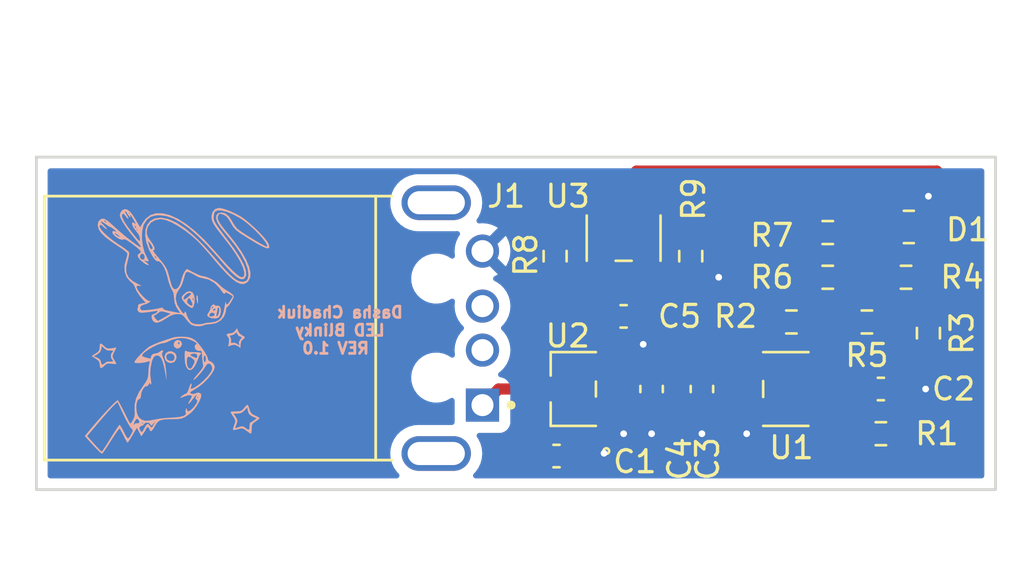
<source format=kicad_pcb>
(kicad_pcb (version 20211014) (generator pcbnew)
  (layers (0 "F.Cu" signal) (31 "B.Cu" signal) (34 "B.Paste" user) (35 "F.Paste" user) (36 "B.SilkS" user "B.Silkscreen") (37 "F.SilkS" user "F.Silkscreen") (38 "B.Mask" user) (39 "F.Mask" user) (44 "Edge.Cuts" user))
  (net 0 "")
  (net 1 "+5V")
  (net 4 "GND")
  (net 5 "Net-(U1-Pad3)")
  (net 6 "+3.3V")
  (net 7 "/Vref")
  (net 8 "/Vref_Buffered")
  (net 9 "Net-(C2-Pad1)")
  (net 10 "Net-(D1-Pad2)")
  (net 11 "Net-(R1-Pad2)")
  (net 12 "Net-(R3-Pad2)")
  (net 13 "Net-(R4-Pad2)")
  (net 14 "Net-(R5-Pad2)")
  (footprint "Resistor_SMD:R_0603_1608Metric" (layer "F.Cu") (at 170.561 102.87 180)
    (fp_text reference "R1" (at -2.54 0) (layer "F.SilkS"))
    (fp_text value "R_1.58k")
    (pad "1" smd roundrect (at -0.825 0 180) (size 0.8 0.95) (layers "F.Cu" "F.Paste" "F.Mask") (net 8 "/Vref_Buffered"))
    (pad "2" smd roundrect (at 0.825 0 180) (size 0.8 0.95) (layers "F.Cu" "F.Paste" "F.Mask") (net 11 "Net-(R1-Pad2)"))
  )
  (footprint "eclectronics:MOLEX_48037-0001" (layer "F.Cu") (at 150.3665 98.06975 -90)
    (fp_text reference "J1" (at -5.99475 -3.1765 180) (layer "F.SilkS"))
    (fp_text value "USB2_A")
    (pad "" np_thru_hole circle (at -2.25 0 270) (size 1.25 1.25) (drill 1.25) (layers *.Cu *.Mask))
    (pad "" np_thru_hole circle (at 2.25 0 270) (size 1.25 1.25) (drill 1.25) (layers *.Cu *.Mask))
    (pad "1" thru_hole rect (at 3.5 -2.1 270) (size 1.508 1.508) (drill 1) (layers *.Cu *.Mask) (net 1 "+5V"))
    (pad "2" thru_hole circle (at 1 -2.1 270) (size 1.508 1.508) (drill 1) (layers *.Cu *.Mask))
    (pad "3" thru_hole circle (at -1 -2.1 270) (size 1.508 1.508) (drill 1) (layers *.Cu *.Mask))
    (pad "4" thru_hole circle (at -3.5 -2.1 270) (size 1.508 1.508) (drill 1) (layers *.Cu *.Mask) (net 4 "GND"))
    (pad "S1" thru_hole oval (at 5.7 0 270) (size 1.575 3.15) (drill oval 1.05 2.6) (layers *.Cu *.Mask))
    (pad "S2" thru_hole oval (at -5.7 0 270) (size 1.575 3.15) (drill oval 1.05 2.6) (layers *.Cu *.Mask))
  )
  (footprint "Resistor_SMD:R_0603_1608Metric" (layer "F.Cu") (at 166.497 97.79 180)
    (fp_text reference "R2" (at 2.54 0.254) (layer "F.SilkS"))
    (fp_text value "R_301")
    (pad "1" smd roundrect (at -0.825 0 180) (size 0.8 0.95) (layers "F.Cu" "F.Paste" "F.Mask") (net 5 "Net-(U1-Pad3)"))
    (pad "2" smd roundrect (at 0.825 0 180) (size 0.8 0.95) (layers "F.Cu" "F.Paste" "F.Mask") (net 11 "Net-(R1-Pad2)"))
  )
  (footprint "Capacitor_SMD:C_0603_1608Metric" (layer "F.Cu") (at 170.561 100.838)
    (fp_text reference "C2" (at 3.302 0) (layer "F.SilkS"))
    (fp_text value "C_10000pF")
    (pad "1" smd roundrect (at -0.775 0) (size 0.9 0.95) (layers "F.Cu" "F.Paste" "F.Mask") (net 9 "Net-(C2-Pad1)"))
    (pad "2" smd roundrect (at 0.775 0) (size 0.9 0.95) (layers "F.Cu" "F.Paste" "F.Mask") (net 4 "GND"))
  )
  (footprint "Capacitor_SMD:C_0603_1608Metric" (layer "F.Cu") (at 162.433 100.838 -90)
    (fp_text reference "C3" (at 3.175 -0.254 90) (layer "F.SilkS"))
    (fp_text value "C_0.1uF")
    (pad "1" smd roundrect (at -0.775 0 270) (size 0.9 0.95) (layers "F.Cu" "F.Paste" "F.Mask") (net 6 "+3.3V"))
    (pad "2" smd roundrect (at 0.775 0 270) (size 0.9 0.95) (layers "F.Cu" "F.Paste" "F.Mask") (net 4 "GND"))
  )
  (footprint "Resistor_SMD:R_0603_1608Metric" (layer "F.Cu") (at 172.72 98.298 90)
    (fp_text reference "R3" (at 0 1.524 90) (layer "F.SilkS"))
    (fp_text value "R_10M")
    (pad "1" smd roundrect (at -0.825 0 90) (size 0.8 0.95) (layers "F.Cu" "F.Paste" "F.Mask") (net 9 "Net-(C2-Pad1)"))
    (pad "2" smd roundrect (at 0.825 0 90) (size 0.8 0.95) (layers "F.Cu" "F.Paste" "F.Mask") (net 12 "Net-(R3-Pad2)"))
  )
  (footprint "eclectronics:MCP1702T-3302E&slash_CB" (layer "F.Cu") (at 156.591 100.838 90)
    (fp_text reference "U2" (at 2.413 -0.254 180) (layer "F.SilkS"))
    (fp_text value "MCP1702T-3302ECB")
    (pad "1" smd rect (at -0.950001 1.1952 90) (size 0.9398 1.3208) (layers "F.Cu" "F.Paste" "F.Mask") (net 4 "GND"))
    (pad "2" smd rect (at 0.950001 1.1952 90) (size 0.9398 1.3208) (layers "F.Cu" "F.Paste" "F.Mask") (net 6 "+3.3V"))
    (pad "3" smd rect (at 0 -1.1952 90) (size 0.9398 1.3208) (layers "F.Cu" "F.Paste" "F.Mask") (net 1 "+5V"))
  )
  (footprint "Resistor_SMD:R_0603_1608Metric" (layer "F.Cu") (at 168.148 93.726)
    (fp_text reference "R7" (at -2.54 0.127) (layer "F.SilkS"))
    (fp_text value "R_31.6")
    (pad "1" smd roundrect (at -0.825 0) (size 0.8 0.95) (layers "F.Cu" "F.Paste" "F.Mask") (net 5 "Net-(U1-Pad3)"))
    (pad "2" smd roundrect (at 0.825 0) (size 0.8 0.95) (layers "F.Cu" "F.Paste" "F.Mask") (net 10 "Net-(D1-Pad2)"))
  )
  (footprint "Resistor_SMD:R_0603_1608Metric" (layer "F.Cu") (at 161.925 94.79915 -90)
    (fp_text reference "R9" (at -2.59715 -0.127 90) (layer "F.SilkS"))
    (fp_text value "R_1k")
    (pad "1" smd roundrect (at -0.825 0 270) (size 0.8 0.95) (layers "F.Cu" "F.Paste" "F.Mask") (net 7 "/Vref"))
    (pad "2" smd roundrect (at 0.825 0 270) (size 0.8 0.95) (layers "F.Cu" "F.Paste" "F.Mask") (net 4 "GND"))
  )
  (footprint "Capacitor_SMD:C_0603_1608Metric" (layer "F.Cu") (at 155.829 103.886)
    (fp_text reference "C1" (at 3.556 0.254) (layer "F.SilkS"))
    (fp_text value "C_1uF")
    (pad "1" smd roundrect (at -0.775 0) (size 0.9 0.95) (layers "F.Cu" "F.Paste" "F.Mask") (net 1 "+5V"))
    (pad "2" smd roundrect (at 0.775 0) (size 0.9 0.95) (layers "F.Cu" "F.Paste" "F.Mask") (net 4 "GND"))
  )
  (footprint "eclectronics:MCP6021T-E_OT" (layer "F.Cu") (at 166.243 100.838 180)
    (fp_text reference "U1" (at -0.254 -2.667) (layer "F.SilkS"))
    (fp_text value "MCP6021T-EOT")
    (pad "1" smd rect (at -1.2954 -0.950001 180) (size 1.3208 0.508) (layers "F.Cu" "F.Paste" "F.Mask") (net 11 "Net-(R1-Pad2)"))
    (pad "2" smd rect (at -1.2954 0 180) (size 1.3208 0.508) (layers "F.Cu" "F.Paste" "F.Mask") (net 9 "Net-(C2-Pad1)"))
    (pad "3" smd rect (at -1.2954 0.950001 180) (size 1.3208 0.508) (layers "F.Cu" "F.Paste" "F.Mask") (net 5 "Net-(U1-Pad3)"))
    (pad "4" smd rect (at 1.2954 0.950001 180) (size 1.3208 0.508) (layers "F.Cu" "F.Paste" "F.Mask") (net 6 "+3.3V"))
    (pad "5" smd rect (at 1.2954 -0.950001 180) (size 1.3208 0.508) (layers "F.Cu" "F.Paste" "F.Mask") (net 4 "GND"))
  )
  (footprint "Capacitor_SMD:C_0603_1608Metric" (layer "F.Cu") (at 160.147 100.838 -90)
    (fp_text reference "C4" (at 3.175 -1.27 90) (layer "F.SilkS"))
    (fp_text value "C_1uF")
    (pad "1" smd roundrect (at -0.775 0 270) (size 0.9 0.95) (layers "F.Cu" "F.Paste" "F.Mask") (net 6 "+3.3V"))
    (pad "2" smd roundrect (at 0.775 0 270) (size 0.9 0.95) (layers "F.Cu" "F.Paste" "F.Mask") (net 4 "GND"))
  )
  (footprint "Resistor_SMD:R_0603_1608Metric" (layer "F.Cu") (at 171.704 95.758 180)
    (fp_text reference "R4" (at -2.54 0) (layer "F.SilkS"))
    (fp_text value "R_10M")
    (pad "1" smd roundrect (at -0.825 0 180) (size 0.8 0.95) (layers "F.Cu" "F.Paste" "F.Mask") (net 12 "Net-(R3-Pad2)"))
    (pad "2" smd roundrect (at 0.825 0 180) (size 0.8 0.95) (layers "F.Cu" "F.Paste" "F.Mask") (net 13 "Net-(R4-Pad2)"))
  )
  (footprint "Capacitor_SMD:C_0603_1608Metric" (layer "F.Cu") (at 158.877 97.536)
    (fp_text reference "C5" (at 2.54 0) (layer "F.SilkS"))
    (fp_text value "C_0.1uF")
    (pad "1" smd roundrect (at -0.775 0) (size 0.9 0.95) (layers "F.Cu" "F.Paste" "F.Mask") (net 6 "+3.3V"))
    (pad "2" smd roundrect (at 0.775 0) (size 0.9 0.95) (layers "F.Cu" "F.Paste" "F.Mask") (net 4 "GND"))
  )
  (footprint "Resistor_SMD:R_0603_1608Metric" (layer "F.Cu") (at 168.148 95.758 180)
    (fp_text reference "R6" (at 2.54 0) (layer "F.SilkS"))
    (fp_text value "R_69.8k")
    (pad "1" smd roundrect (at -0.825 0 180) (size 0.8 0.95) (layers "F.Cu" "F.Paste" "F.Mask") (net 14 "Net-(R5-Pad2)"))
    (pad "2" smd roundrect (at 0.825 0 180) (size 0.8 0.95) (layers "F.Cu" "F.Paste" "F.Mask") (net 5 "Net-(U1-Pad3)"))
  )
  (footprint "Resistor_SMD:R_0603_1608Metric" (layer "F.Cu") (at 169.926 97.79 180)
    (fp_text reference "R5" (at 0 -1.524) (layer "F.SilkS"))
    (fp_text value "R_402k")
    (pad "1" smd roundrect (at -0.825 0 180) (size 0.8 0.95) (layers "F.Cu" "F.Paste" "F.Mask") (net 13 "Net-(R4-Pad2)"))
    (pad "2" smd roundrect (at 0.825 0 180) (size 0.8 0.95) (layers "F.Cu" "F.Paste" "F.Mask") (net 14 "Net-(R5-Pad2)"))
  )
  (footprint "Resistor_SMD:R_0603_1608Metric" (layer "F.Cu") (at 155.7655 94.79915 90)
    (fp_text reference "R8" (at 0.05715 -1.3335 90) (layer "F.SilkS"))
    (fp_text value "R_1k")
    (pad "1" smd roundrect (at -0.825 0 90) (size 0.8 0.95) (layers "F.Cu" "F.Paste" "F.Mask") (net 6 "+3.3V"))
    (pad "2" smd roundrect (at 0.825 0 90) (size 0.8 0.95) (layers "F.Cu" "F.Paste" "F.Mask") (net 7 "/Vref"))
  )
  (footprint "Resistor_SMD:R_0805_2012Metric" (layer "F.Cu") (at 171.831 93.472 180)
    (fp_text reference "D1" (at -2.667 -0.127) (layer "F.SilkS"))
    (fp_text value "LED_BLUE")
    (pad "1" smd roundrect (at -0.9125 0 180) (size 1.025 1.4) (layers "F.Cu" "F.Paste" "F.Mask") (roundrect_rratio 0.243902) (net 4 "GND"))
    (pad "2" smd roundrect (at 0.9125 0 180) (size 1.025 1.4) (layers "F.Cu" "F.Paste" "F.Mask") (roundrect_rratio 0.243902) (net 10 "Net-(D1-Pad2)"))
  )
  (footprint "eclectronics:MCP6021T-E_OT" (layer "F.Cu") (at 158.877 93.98 -90)
    (fp_text reference "U3" (at -1.905 2.54 180) (layer "F.SilkS"))
    (fp_text value "MCP6021T-EOT")
    (pad "1" smd rect (at -1.2954 -0.950001 270) (size 1.3208 0.508) (layers "F.Cu" "F.Paste" "F.Mask") (net 7 "/Vref"))
    (pad "2" smd rect (at -1.2954 0 270) (size 1.3208 0.508) (layers "F.Cu" "F.Paste" "F.Mask") (net 8 "/Vref_Buffered"))
    (pad "3" smd rect (at -1.2954 0.950001 270) (size 1.3208 0.508) (layers "F.Cu" "F.Paste" "F.Mask") (net 8 "/Vref_Buffered"))
    (pad "4" smd rect (at 1.2954 0.950001 270) (size 1.3208 0.508) (layers "F.Cu" "F.Paste" "F.Mask") (net 6 "+3.3V"))
    (pad "5" smd rect (at 1.2954 -0.950001 270) (size 1.3208 0.508) (layers "F.Cu" "F.Paste" "F.Mask") (net 4 "GND"))
  )
  (footprint "graphics:mew_pika" (layer "B.Cu") (at 138.684 98.044 180)
    (fp_text reference "G***")
    (fp_text value "LOGO" hide)
  )
  (gr_rect (start 132.207 90.297) (end 175.768 105.41) (layer "Edge.Cuts") (width 0.127) (fill none))
  (gr_text "Dasha Chadiuk \nLED Blinky \nREV 1.0" (at 145.796 98.171) (layer "B.SilkS") (effects (font (size 0.508 0.508) (thickness 0.127)) (justify mirror)))
  (segment (start 155.3958 100.838) (end 155.3958 103.5442) (width 0.508) (layer "F.Cu") (net 1))
  (segment (start 153.19825 100.838) (end 152.4665 101.56975) (width 0.508) (layer "F.Cu") (net 1))
  (segment (start 155.3958 103.5442) (end 155.054 103.886) (width 0.508) (layer "F.Cu") (net 1))
  (segment (start 155.3958 100.838) (end 153.19825 100.838) (width 0.508) (layer "F.Cu") (net 1))
  (segment (start 161.925 95.62415) (end 163.06115 95.62415) (width 0.254) (layer "F.Cu") (net 4))
  (segment (start 156.604 103.886) (end 157.861 103.886) (width 0.254) (layer "F.Cu") (net 4))
  (segment (start 157.7862 102.4142) (end 158.242 102.87) (width 0.254) (layer "F.Cu") (net 4))
  (segment (start 159.827001 95.2754) (end 160.5534 95.2754) (width 0.254) (layer "F.Cu") (net 4))
  (segment (start 171.336 100.838) (end 172.593 100.838) (width 0.254) (layer "F.Cu") (net 4))
  (segment (start 160.147 101.613) (end 160.147 102.87) (width 0.254) (layer "F.Cu") (net 4))
  (segment (start 172.72 92.075) (end 172.72 93.4485) (width 0.254) (layer "F.Cu") (net 4))
  (segment (start 163.06115 95.62415) (end 163.195 95.758) (width 0.254) (layer "F.Cu") (net 4))
  (segment (start 164.9476 101.788001) (end 164.9476 102.3874) (width 0.254) (layer "F.Cu") (net 4))
  (segment (start 159.652 98.692) (end 159.766 98.806) (width 0.254) (layer "F.Cu") (net 4))
  (segment (start 157.861 103.886) (end 157.988 103.759) (width 0.254) (layer "F.Cu") (net 4))
  (segment (start 160.90215 95.62415) (end 161.925 95.62415) (width 0.254) (layer "F.Cu") (net 4))
  (segment (start 172.72 93.4485) (end 172.7435 93.472) (width 0.254) (layer "F.Cu") (net 4))
  (segment (start 160.5534 95.2754) (end 160.90215 95.62415) (width 0.254) (layer "F.Cu") (net 4))
  (segment (start 164.9476 102.3874) (end 164.465 102.87) (width 0.254) (layer "F.Cu") (net 4))
  (segment (start 157.7862 101.788001) (end 157.7862 102.4142) (width 0.254) (layer "F.Cu") (net 4))
  (segment (start 159.652 97.536) (end 159.652 98.692) (width 0.254) (layer "F.Cu") (net 4))
  (segment (start 162.433 101.613) (end 162.433 102.87) (width 0.254) (layer "F.Cu") (net 4))
  (segment (start 158.242 102.87) (end 158.877 102.87) (width 0.254) (layer "F.Cu") (net 4))
  (via (at 158.877 102.87) (size 0.6096) (drill 0.3048) (layers "F.Cu" "B.Cu") (net 4))
  (via (at 164.465 102.87) (size 0.6096) (drill 0.3048) (layers "F.Cu" "B.Cu") (net 4))
  (via (at 160.147 102.87) (size 0.6096) (drill 0.3048) (layers "F.Cu" "B.Cu") (net 4))
  (via (at 163.195 95.758) (size 0.6096) (drill 0.3048) (layers "F.Cu" "B.Cu") (net 4))
  (via (at 162.433 102.87) (size 0.6096) (drill 0.3048) (layers "F.Cu" "B.Cu") (net 4))
  (via (at 172.593 100.838) (size 0.6096) (drill 0.3048) (layers "F.Cu" "B.Cu") (net 4))
  (via (at 157.988 103.759) (size 0.6096) (drill 0.3048) (layers "F.Cu" "B.Cu") (net 4))
  (via (at 159.766 98.806) (size 0.6096) (drill 0.3048) (layers "F.Cu" "B.Cu") (net 4))
  (via (at 172.72 92.075) (size 0.6096) (drill 0.3048) (layers "F.Cu" "B.Cu") (net 4))
  (segment (start 167.5384 98.9584) (end 167.5384 99.887999) (width 0.254) (layer "F.Cu") (net 5))
  (segment (start 167.323 97.789) (end 167.322 97.79) (width 0.254) (layer "F.Cu") (net 5))
  (segment (start 167.322 97.79) (end 167.322 98.742) (width 0.254) (layer "F.Cu") (net 5))
  (segment (start 167.322 98.742) (end 167.5384 98.9584) (width 0.254) (layer "F.Cu") (net 5))
  (segment (start 167.323 95.758) (end 167.323 97.789) (width 0.254) (layer "F.Cu") (net 5))
  (segment (start 167.323 93.726) (end 167.323 95.758) (width 0.254) (layer "F.Cu") (net 5))
  (segment (start 157.926999 95.2754) (end 157.926999 96.331999) (width 0.508) (layer "F.Cu") (net 6))
  (segment (start 159.118 100.063) (end 160.147 100.063) (width 0.508) (layer "F.Cu") (net 6))
  (segment (start 157.7862 99.887999) (end 157.7862 99.0078) (width 0.508) (layer "F.Cu") (net 6))
  (segment (start 160.147 100.063) (end 162.433 100.063) (width 0.508) (layer "F.Cu") (net 6))
  (segment (start 160.134 100.076) (end 160.147 100.063) (width 0.508) (layer "F.Cu") (net 6))
  (segment (start 155.7655 95.62415) (end 156.72485 95.62415) (width 0.508) (layer "F.Cu") (net 6))
  (segment (start 163.637001 99.887999) (end 164.9476 99.887999) (width 0.508) (layer "F.Cu") (net 6))
  (segment (start 162.433 100.063) (end 163.462 100.063) (width 0.508) (layer "F.Cu") (net 6))
  (segment (start 158.115 97.549) (end 158.102 97.536) (width 0.508) (layer "F.Cu") (net 6))
  (segment (start 157.926999 96.331999) (end 158.115 96.52) (width 0.508) (layer "F.Cu") (net 6))
  (segment (start 158.115 97.523) (end 158.102 97.536) (width 0.508) (layer "F.Cu") (net 6))
  (segment (start 158.115 98.679) (end 158.115 97.549) (width 0.508) (layer "F.Cu") (net 6))
  (segment (start 158.115 96.52) (end 158.115 97.523) (width 0.508) (layer "F.Cu") (net 6))
  (segment (start 157.7862 99.0078) (end 158.115 98.679) (width 0.508) (layer "F.Cu") (net 6))
  (segment (start 157.7862 99.887999) (end 158.942999 99.887999) (width 0.508) (layer "F.Cu") (net 6))
  (segment (start 156.72485 95.62415) (end 157.0736 95.2754) (width 0.508) (layer "F.Cu") (net 6))
  (segment (start 163.462 100.063) (end 163.637001 99.887999) (width 0.508) (layer "F.Cu") (net 6))
  (segment (start 158.942999 99.887999) (end 159.118 100.063) (width 0.508) (layer "F.Cu") (net 6))
  (segment (start 157.0736 95.2754) (end 157.926999 95.2754) (width 0.508) (layer "F.Cu") (net 6))
  (segment (start 155.7655 93.97415) (end 159.447851 93.97415) (width 0.254) (layer "F.Cu") (net 7))
  (segment (start 159.827001 93.595) (end 159.827001 92.6846) (width 0.25) (layer "F.Cu") (net 7))
  (segment (start 160.206151 93.97415) (end 159.827001 93.595) (width 0.25) (layer "F.Cu") (net 7))
  (segment (start 159.447851 93.97415) (end 159.827001 93.595) (width 0.254) (layer "F.Cu") (net 7))
  (segment (start 161.925 93.97415) (end 160.206151 93.97415) (width 0.25) (layer "F.Cu") (net 7))
  (segment (start 158.877 92.6846) (end 158.877 91.5162) (width 0.508) (layer "F.Cu") (net 8))
  (segment (start 173.101 90.932) (end 174.625 92.456) (width 0.508) (layer "F.Cu") (net 8))
  (segment (start 157.926999 92.6846) (end 158.877 92.6846) (width 0.508) (layer "F.Cu") (net 8))
  (segment (start 174.625 101.219) (end 172.974 102.87) (width 0.508) (layer "F.Cu") (net 8))
  (segment (start 172.974 102.87) (end 171.386 102.87) (width 0.508) (layer "F.Cu") (net 8))
  (segment (start 158.877 91.5162) (end 159.4612 90.932) (width 0.508) (layer "F.Cu") (net 8))
  (segment (start 159.4612 90.932) (end 173.101 90.932) (width 0.508) (layer "F.Cu") (net 8))
  (segment (start 174.625 92.456) (end 174.625 101.219) (width 0.508) (layer "F.Cu") (net 8))
  (segment (start 169.786 99.835) (end 169.786 100.838) (width 0.254) (layer "F.Cu") (net 9))
  (segment (start 172.72 99.123) (end 170.498 99.123) (width 0.254) (layer "F.Cu") (net 9))
  (segment (start 170.498 99.123) (end 169.786 99.835) (width 0.254) (layer "F.Cu") (net 9))
  (segment (start 167.5384 100.838) (end 169.786 100.838) (width 0.254) (layer "F.Cu") (net 9))
  (segment (start 170.053 93.472) (end 170.9185 93.472) (width 0.254) (layer "F.Cu") (net 10))
  (segment (start 169.799 93.726) (end 170.053 93.472) (width 0.254) (layer "F.Cu") (net 10))
  (segment (start 168.973 93.726) (end 169.799 93.726) (width 0.254) (layer "F.Cu") (net 10))
  (segment (start 166.624 101.788001) (end 166.116 101.280001) (width 0.254) (layer "F.Cu") (net 11))
  (segment (start 167.5384 102.3874) (end 168.021 102.87) (width 0.254) (layer "F.Cu") (net 11))
  (segment (start 165.672 98.616) (end 165.672 97.79) (width 0.254) (layer "F.Cu") (net 11))
  (segment (start 166.116 101.280001) (end 166.116 99.06) (width 0.254) (layer "F.Cu") (net 11))
  (segment (start 167.5384 101.788001) (end 166.624 101.788001) (width 0.254) (layer "F.Cu") (net 11))
  (segment (start 166.116 99.06) (end 165.672 98.616) (width 0.254) (layer "F.Cu") (net 11))
  (segment (start 167.5384 101.788001) (end 167.5384 102.3874) (width 0.254) (layer "F.Cu") (net 11))
  (segment (start 168.021 102.87) (end 169.736 102.87) (width 0.254) (layer "F.Cu") (net 11))
  (segment (start 172.529 96.456) (end 172.72 96.647) (width 0.254) (layer "F.Cu") (net 12))
  (segment (start 172.529 95.758) (end 172.529 96.456) (width 0.254) (layer "F.Cu") (net 12))
  (segment (start 172.72 96.647) (end 172.72 97.473) (width 0.254) (layer "F.Cu") (net 12))
  (segment (start 170.751 97.79) (end 170.751 96.711) (width 0.254) (layer "F.Cu") (net 13))
  (segment (start 170.751 96.711) (end 170.879 96.583) (width 0.254) (layer "F.Cu") (net 13))
  (segment (start 170.879 96.583) (end 170.879 95.758) (width 0.254) (layer "F.Cu") (net 13))
  (segment (start 168.973 96.71) (end 168.973 95.758) (width 0.254) (layer "F.Cu") (net 14))
  (segment (start 169.101 96.838) (end 168.973 96.71) (width 0.254) (layer "F.Cu") (net 14))
  (segment (start 169.101 97.79) (end 169.101 96.838) (width 0.254) (layer "F.Cu") (net 14))
  (zone (net 4) (net_name "GND") (layer "B.Cu") (connect_pads (clearance 0.508)) (min_thickness 0.254) (fill yes (thermal_gap 0.508) (thermal_bridge_width 0.508))
    (polygon (pts (xy 176.657 106.426) (xy 130.937 106.299) (xy 130.937 88.646) (xy 176.784 88.646)))
  )
)
</source>
